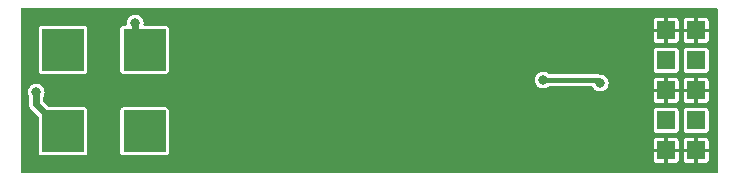
<source format=gbr>
%TF.GenerationSoftware,KiCad,Pcbnew,6.0.4-6f826c9f35~116~ubuntu20.04.1*%
%TF.CreationDate,2022-05-24T17:55:46+00:00*%
%TF.ProjectId,USTSIPM01A,55535453-4950-44d3-9031-412e6b696361,rev?*%
%TF.SameCoordinates,Original*%
%TF.FileFunction,Copper,L1,Top*%
%TF.FilePolarity,Positive*%
%FSLAX46Y46*%
G04 Gerber Fmt 4.6, Leading zero omitted, Abs format (unit mm)*
G04 Created by KiCad (PCBNEW 6.0.4-6f826c9f35~116~ubuntu20.04.1) date 2022-05-24 17:55:46*
%MOMM*%
%LPD*%
G01*
G04 APERTURE LIST*
G04 Aperture macros list*
%AMOutline4P*
0 Free polygon, 4 corners , with rotation*
0 The origin of the aperture is its center*
0 number of corners: always 4*
0 $1 to $8 corner X, Y*
0 $9 Rotation angle, in degrees counterclockwise*
0 create outline with 4 corners*
4,1,4,$1,$2,$3,$4,$5,$6,$7,$8,$1,$2,$9*%
G04 Aperture macros list end*
%TA.AperFunction,ComponentPad*%
%ADD10R,1.524000X1.524000*%
%TD*%
%TA.AperFunction,SMDPad,CuDef*%
%ADD11Outline4P,-1.750000X-1.750000X1.750000X-1.750000X1.750000X1.750000X-1.750000X1.750000X0.000000*%
%TD*%
%TA.AperFunction,SMDPad,CuDef*%
%ADD12Outline4P,-1.750000X-1.750000X1.750000X-1.750000X1.750000X1.750000X-1.750000X1.750000X90.000000*%
%TD*%
%TA.AperFunction,SMDPad,CuDef*%
%ADD13Outline4P,-1.750000X-1.750000X1.750000X-1.750000X1.750000X1.750000X-1.750000X1.750000X180.000000*%
%TD*%
%TA.AperFunction,SMDPad,CuDef*%
%ADD14Outline4P,-1.750000X-1.750000X1.750000X-1.750000X1.750000X1.750000X-1.750000X1.750000X270.000000*%
%TD*%
%TA.AperFunction,ViaPad*%
%ADD15C,0.800000*%
%TD*%
%TA.AperFunction,Conductor*%
%ADD16C,0.400000*%
%TD*%
%TA.AperFunction,Conductor*%
%ADD17C,0.600000*%
%TD*%
G04 APERTURE END LIST*
D10*
%TO.P,J4,1*%
%TO.N,GND*%
X55118000Y7500000D03*
%TO.P,J4,2*%
X57658000Y7500000D03*
%TD*%
%TO.P,J6,1*%
%TO.N,GND*%
X55118000Y12580000D03*
%TO.P,J6,2*%
X57658000Y12580000D03*
%TD*%
%TO.P,J5,1*%
%TO.N,/+3V6*%
X55118000Y10040000D03*
%TO.P,J5,2*%
X57658000Y10040000D03*
%TD*%
%TO.P,J8,1*%
%TO.N,/OUT*%
X55118000Y4960000D03*
%TO.P,J8,2*%
X57658000Y4960000D03*
%TD*%
D11*
%TO.P,U1,1,A*%
%TO.N,Net-(R5-Pad2)*%
X4050000Y4050000D03*
D12*
%TO.P,U1,2,FO*%
%TO.N,unconnected-(U1-Pad2)*%
X10950000Y4050000D03*
D13*
%TO.P,U1,3,K*%
%TO.N,Net-(C6-Pad1)*%
X10950000Y10950000D03*
D14*
%TO.P,U1,4,NC*%
%TO.N,unconnected-(U1-Pad4)*%
X4050000Y10950000D03*
%TD*%
D10*
%TO.P,J9,1*%
%TO.N,GND*%
X55118000Y2420000D03*
%TO.P,J9,2*%
X57658000Y2420000D03*
%TD*%
D15*
%TO.N,GND*%
X14224000Y2540000D03*
X36576000Y1016000D03*
X1270000Y8890000D03*
X30226000Y8382000D03*
X21844000Y13462000D03*
X36322000Y8382000D03*
X28702000Y3302000D03*
X39624000Y13462000D03*
X3556000Y1270000D03*
X24130000Y8382000D03*
X38862000Y3302000D03*
X16002000Y2540000D03*
X20574000Y2794000D03*
X43180000Y11430000D03*
X1016000Y3302000D03*
X14478000Y9652000D03*
X53340000Y3810000D03*
X25654000Y1016000D03*
X28702000Y8382000D03*
X17526000Y9652000D03*
X22352000Y3556000D03*
X38862000Y8128000D03*
X33274000Y3302000D03*
X37846000Y9144000D03*
X48260000Y3810000D03*
X50546000Y12192000D03*
X40386000Y7366000D03*
X48006000Y1016000D03*
X40386000Y9398000D03*
X1270000Y13462000D03*
X19050000Y8382000D03*
X36068000Y3302000D03*
X45466000Y1016000D03*
X22606000Y8382000D03*
X14478000Y7620000D03*
X42418000Y1016000D03*
X7366000Y13462000D03*
X33274000Y1016000D03*
X20574000Y8636000D03*
X33274000Y8382000D03*
X41656000Y3302000D03*
X51816000Y3556000D03*
X30988000Y13208000D03*
X19558000Y3556000D03*
X50038000Y5334000D03*
X17526000Y7620000D03*
X43434000Y7366000D03*
X40132000Y10668000D03*
X34798000Y8382000D03*
X25654000Y3302000D03*
X30480000Y3302000D03*
X44704000Y3302000D03*
X1778000Y1270000D03*
X31750000Y8382000D03*
X18034000Y2540000D03*
X25654000Y8382000D03*
X39370000Y1016000D03*
X53086000Y6350000D03*
X49530000Y1524000D03*
X27178000Y8382000D03*
X16002000Y7620000D03*
X28956000Y1016000D03*
X50800000Y2540000D03*
X15240000Y13462000D03*
%TO.N,Net-(C10-Pad1)*%
X49530000Y8128000D03*
X44704000Y8382000D03*
%TO.N,Net-(C6-Pad1)*%
X10160000Y13208000D03*
%TO.N,Net-(R5-Pad2)*%
X1778000Y7366000D03*
%TD*%
D16*
%TO.N,Net-(C10-Pad1)*%
X49276000Y8382000D02*
X49530000Y8128000D01*
X44704000Y8382000D02*
X49276000Y8382000D01*
D17*
%TO.N,Net-(C6-Pad1)*%
X10160000Y11740000D02*
X10950000Y10950000D01*
X10160000Y13208000D02*
X10160000Y11740000D01*
%TO.N,Net-(R5-Pad2)*%
X1778000Y6322000D02*
X4050000Y4050000D01*
X1778000Y7366000D02*
X1778000Y6322000D01*
%TD*%
%TA.AperFunction,Conductor*%
%TO.N,GND*%
G36*
X59441621Y14479498D02*
G01*
X59488114Y14425842D01*
X59499500Y14373500D01*
X59499500Y626500D01*
X59479498Y558379D01*
X59425842Y511886D01*
X59373500Y500500D01*
X626500Y500500D01*
X558379Y520502D01*
X511886Y574158D01*
X500500Y626500D01*
X500500Y1617160D01*
X54056000Y1617160D01*
X54056442Y1609714D01*
X54057994Y1596664D01*
X54062952Y1578626D01*
X54099755Y1495769D01*
X54112713Y1476915D01*
X54175342Y1414396D01*
X54194212Y1401475D01*
X54277125Y1364820D01*
X54295202Y1359892D01*
X54307787Y1358424D01*
X54315088Y1358000D01*
X54949885Y1358000D01*
X54965124Y1362475D01*
X54966329Y1363865D01*
X54968000Y1371548D01*
X54968000Y1376115D01*
X55268000Y1376115D01*
X55272475Y1360876D01*
X55273865Y1359671D01*
X55281548Y1358000D01*
X55920840Y1358000D01*
X55928286Y1358442D01*
X55941336Y1359994D01*
X55959374Y1364952D01*
X56042231Y1401755D01*
X56061085Y1414713D01*
X56123604Y1477342D01*
X56136525Y1496212D01*
X56173180Y1579125D01*
X56178108Y1597202D01*
X56179576Y1609787D01*
X56180000Y1617088D01*
X56180000Y1617160D01*
X56596000Y1617160D01*
X56596442Y1609714D01*
X56597994Y1596664D01*
X56602952Y1578626D01*
X56639755Y1495769D01*
X56652713Y1476915D01*
X56715342Y1414396D01*
X56734212Y1401475D01*
X56817125Y1364820D01*
X56835202Y1359892D01*
X56847787Y1358424D01*
X56855088Y1358000D01*
X57489885Y1358000D01*
X57505124Y1362475D01*
X57506329Y1363865D01*
X57508000Y1371548D01*
X57508000Y1376115D01*
X57808000Y1376115D01*
X57812475Y1360876D01*
X57813865Y1359671D01*
X57821548Y1358000D01*
X58460840Y1358000D01*
X58468286Y1358442D01*
X58481336Y1359994D01*
X58499374Y1364952D01*
X58582231Y1401755D01*
X58601085Y1414713D01*
X58663604Y1477342D01*
X58676525Y1496212D01*
X58713180Y1579125D01*
X58718108Y1597202D01*
X58719576Y1609787D01*
X58720000Y1617088D01*
X58720000Y2251885D01*
X58715525Y2267124D01*
X58714135Y2268329D01*
X58706452Y2270000D01*
X57826115Y2270000D01*
X57810876Y2265525D01*
X57809671Y2264135D01*
X57808000Y2256452D01*
X57808000Y1376115D01*
X57508000Y1376115D01*
X57508000Y2251885D01*
X57503525Y2267124D01*
X57502135Y2268329D01*
X57494452Y2270000D01*
X56614115Y2270000D01*
X56598876Y2265525D01*
X56597671Y2264135D01*
X56596000Y2256452D01*
X56596000Y1617160D01*
X56180000Y1617160D01*
X56180000Y2251885D01*
X56175525Y2267124D01*
X56174135Y2268329D01*
X56166452Y2270000D01*
X55286115Y2270000D01*
X55270876Y2265525D01*
X55269671Y2264135D01*
X55268000Y2256452D01*
X55268000Y1376115D01*
X54968000Y1376115D01*
X54968000Y2251885D01*
X54963525Y2267124D01*
X54962135Y2268329D01*
X54954452Y2270000D01*
X54074115Y2270000D01*
X54058876Y2265525D01*
X54057671Y2264135D01*
X54056000Y2256452D01*
X54056000Y1617160D01*
X500500Y1617160D01*
X500500Y7373389D01*
X1072394Y7373389D01*
X1090999Y7204865D01*
X1149266Y7045644D01*
X1156081Y7035501D01*
X1177500Y6965226D01*
X1177500Y6369619D01*
X1176422Y6353173D01*
X1172318Y6322000D01*
X1177500Y6282639D01*
X1192956Y6165238D01*
X1253464Y6019159D01*
X1349718Y5893718D01*
X1356264Y5888695D01*
X1374671Y5874571D01*
X1387062Y5863703D01*
X1962595Y5288170D01*
X1996621Y5225858D01*
X1999500Y5199075D01*
X1999500Y2255354D01*
X2002618Y2229154D01*
X2048061Y2126847D01*
X2127287Y2047759D01*
X2137924Y2043056D01*
X2137926Y2043055D01*
X2197462Y2016735D01*
X2229673Y2002494D01*
X2255354Y1999500D01*
X5844646Y1999500D01*
X5848350Y1999941D01*
X5848353Y1999941D01*
X5855746Y2000821D01*
X5870846Y2002618D01*
X5973153Y2048061D01*
X6052241Y2127287D01*
X6097506Y2229673D01*
X6100500Y2255354D01*
X8899500Y2255354D01*
X8902618Y2229154D01*
X8948061Y2126847D01*
X9027287Y2047759D01*
X9037924Y2043056D01*
X9037926Y2043055D01*
X9097462Y2016735D01*
X9129673Y2002494D01*
X9155354Y1999500D01*
X12744646Y1999500D01*
X12748350Y1999941D01*
X12748353Y1999941D01*
X12755746Y2000821D01*
X12770846Y2002618D01*
X12873153Y2048061D01*
X12952241Y2127287D01*
X12997506Y2229673D01*
X13000500Y2255354D01*
X13000500Y2588115D01*
X54056000Y2588115D01*
X54060475Y2572876D01*
X54061865Y2571671D01*
X54069548Y2570000D01*
X54949885Y2570000D01*
X54965124Y2574475D01*
X54966329Y2575865D01*
X54968000Y2583548D01*
X54968000Y2588115D01*
X55268000Y2588115D01*
X55272475Y2572876D01*
X55273865Y2571671D01*
X55281548Y2570000D01*
X56161885Y2570000D01*
X56177124Y2574475D01*
X56178329Y2575865D01*
X56180000Y2583548D01*
X56180000Y2588115D01*
X56596000Y2588115D01*
X56600475Y2572876D01*
X56601865Y2571671D01*
X56609548Y2570000D01*
X57489885Y2570000D01*
X57505124Y2574475D01*
X57506329Y2575865D01*
X57508000Y2583548D01*
X57508000Y2588115D01*
X57808000Y2588115D01*
X57812475Y2572876D01*
X57813865Y2571671D01*
X57821548Y2570000D01*
X58701885Y2570000D01*
X58717124Y2574475D01*
X58718329Y2575865D01*
X58720000Y2583548D01*
X58720000Y3222840D01*
X58719558Y3230286D01*
X58718006Y3243336D01*
X58713048Y3261374D01*
X58676245Y3344231D01*
X58663287Y3363085D01*
X58600658Y3425604D01*
X58581788Y3438525D01*
X58498875Y3475180D01*
X58480798Y3480108D01*
X58468213Y3481576D01*
X58460912Y3482000D01*
X57826115Y3482000D01*
X57810876Y3477525D01*
X57809671Y3476135D01*
X57808000Y3468452D01*
X57808000Y2588115D01*
X57508000Y2588115D01*
X57508000Y3463885D01*
X57503525Y3479124D01*
X57502135Y3480329D01*
X57494452Y3482000D01*
X56855160Y3482000D01*
X56847714Y3481558D01*
X56834664Y3480006D01*
X56816626Y3475048D01*
X56733769Y3438245D01*
X56714915Y3425287D01*
X56652396Y3362658D01*
X56639475Y3343788D01*
X56602820Y3260875D01*
X56597892Y3242798D01*
X56596424Y3230213D01*
X56596000Y3222912D01*
X56596000Y2588115D01*
X56180000Y2588115D01*
X56180000Y3222840D01*
X56179558Y3230286D01*
X56178006Y3243336D01*
X56173048Y3261374D01*
X56136245Y3344231D01*
X56123287Y3363085D01*
X56060658Y3425604D01*
X56041788Y3438525D01*
X55958875Y3475180D01*
X55940798Y3480108D01*
X55928213Y3481576D01*
X55920912Y3482000D01*
X55286115Y3482000D01*
X55270876Y3477525D01*
X55269671Y3476135D01*
X55268000Y3468452D01*
X55268000Y2588115D01*
X54968000Y2588115D01*
X54968000Y3463885D01*
X54963525Y3479124D01*
X54962135Y3480329D01*
X54954452Y3482000D01*
X54315160Y3482000D01*
X54307714Y3481558D01*
X54294664Y3480006D01*
X54276626Y3475048D01*
X54193769Y3438245D01*
X54174915Y3425287D01*
X54112396Y3362658D01*
X54099475Y3343788D01*
X54062820Y3260875D01*
X54057892Y3242798D01*
X54056424Y3230213D01*
X54056000Y3222912D01*
X54056000Y2588115D01*
X13000500Y2588115D01*
X13000500Y4153354D01*
X54055500Y4153354D01*
X54058618Y4127154D01*
X54104061Y4024847D01*
X54183287Y3945759D01*
X54193924Y3941056D01*
X54193926Y3941055D01*
X54253462Y3914735D01*
X54285673Y3900494D01*
X54311354Y3897500D01*
X55924646Y3897500D01*
X55928350Y3897941D01*
X55928353Y3897941D01*
X55935746Y3898821D01*
X55950846Y3900618D01*
X56053153Y3946061D01*
X56132241Y4025287D01*
X56177506Y4127673D01*
X56180500Y4153354D01*
X56595500Y4153354D01*
X56598618Y4127154D01*
X56644061Y4024847D01*
X56723287Y3945759D01*
X56733924Y3941056D01*
X56733926Y3941055D01*
X56793462Y3914735D01*
X56825673Y3900494D01*
X56851354Y3897500D01*
X58464646Y3897500D01*
X58468350Y3897941D01*
X58468353Y3897941D01*
X58475746Y3898821D01*
X58490846Y3900618D01*
X58593153Y3946061D01*
X58672241Y4025287D01*
X58717506Y4127673D01*
X58720500Y4153354D01*
X58720500Y5766646D01*
X58717382Y5792846D01*
X58696001Y5840983D01*
X58676663Y5884518D01*
X58671939Y5895153D01*
X58592713Y5974241D01*
X58582076Y5978944D01*
X58582074Y5978945D01*
X58522538Y6005265D01*
X58490327Y6019506D01*
X58464646Y6022500D01*
X56851354Y6022500D01*
X56847650Y6022059D01*
X56847647Y6022059D01*
X56840254Y6021179D01*
X56825154Y6019382D01*
X56816514Y6015544D01*
X56816513Y6015544D01*
X56739583Y5981373D01*
X56722847Y5973939D01*
X56714628Y5965706D01*
X56714627Y5965705D01*
X56683142Y5934165D01*
X56643759Y5894713D01*
X56639056Y5884076D01*
X56639055Y5884074D01*
X56630049Y5863703D01*
X56598494Y5792327D01*
X56595500Y5766646D01*
X56595500Y4153354D01*
X56180500Y4153354D01*
X56180500Y5766646D01*
X56177382Y5792846D01*
X56156001Y5840983D01*
X56136663Y5884518D01*
X56131939Y5895153D01*
X56052713Y5974241D01*
X56042076Y5978944D01*
X56042074Y5978945D01*
X55982538Y6005265D01*
X55950327Y6019506D01*
X55924646Y6022500D01*
X54311354Y6022500D01*
X54307650Y6022059D01*
X54307647Y6022059D01*
X54300254Y6021179D01*
X54285154Y6019382D01*
X54276514Y6015544D01*
X54276513Y6015544D01*
X54199583Y5981373D01*
X54182847Y5973939D01*
X54174628Y5965706D01*
X54174627Y5965705D01*
X54143142Y5934165D01*
X54103759Y5894713D01*
X54099056Y5884076D01*
X54099055Y5884074D01*
X54090049Y5863703D01*
X54058494Y5792327D01*
X54055500Y5766646D01*
X54055500Y4153354D01*
X13000500Y4153354D01*
X13000500Y5844646D01*
X12997382Y5870846D01*
X12991507Y5884074D01*
X12956663Y5962518D01*
X12951939Y5973153D01*
X12872713Y6052241D01*
X12862076Y6056944D01*
X12862074Y6056945D01*
X12802538Y6083265D01*
X12770327Y6097506D01*
X12744646Y6100500D01*
X9155354Y6100500D01*
X9151650Y6100059D01*
X9151647Y6100059D01*
X9144254Y6099179D01*
X9129154Y6097382D01*
X9026847Y6051939D01*
X9018628Y6043706D01*
X9018627Y6043705D01*
X8995462Y6020499D01*
X8947759Y5972713D01*
X8902494Y5870327D01*
X8899500Y5844646D01*
X8899500Y2255354D01*
X6100500Y2255354D01*
X6100500Y5844646D01*
X6097382Y5870846D01*
X6091507Y5884074D01*
X6056663Y5962518D01*
X6051939Y5973153D01*
X5972713Y6052241D01*
X5962076Y6056944D01*
X5962074Y6056945D01*
X5902538Y6083265D01*
X5870327Y6097506D01*
X5844646Y6100500D01*
X2900925Y6100500D01*
X2832804Y6120502D01*
X2811830Y6137405D01*
X2415405Y6533830D01*
X2381379Y6596142D01*
X2378500Y6622925D01*
X2378500Y6697160D01*
X54056000Y6697160D01*
X54056442Y6689714D01*
X54057994Y6676664D01*
X54062952Y6658626D01*
X54099755Y6575769D01*
X54112713Y6556915D01*
X54175342Y6494396D01*
X54194212Y6481475D01*
X54277125Y6444820D01*
X54295202Y6439892D01*
X54307787Y6438424D01*
X54315088Y6438000D01*
X54949885Y6438000D01*
X54965124Y6442475D01*
X54966329Y6443865D01*
X54968000Y6451548D01*
X54968000Y6456115D01*
X55268000Y6456115D01*
X55272475Y6440876D01*
X55273865Y6439671D01*
X55281548Y6438000D01*
X55920840Y6438000D01*
X55928286Y6438442D01*
X55941336Y6439994D01*
X55959374Y6444952D01*
X56042231Y6481755D01*
X56061085Y6494713D01*
X56123604Y6557342D01*
X56136525Y6576212D01*
X56173180Y6659125D01*
X56178108Y6677202D01*
X56179576Y6689787D01*
X56180000Y6697088D01*
X56180000Y6697160D01*
X56596000Y6697160D01*
X56596442Y6689714D01*
X56597994Y6676664D01*
X56602952Y6658626D01*
X56639755Y6575769D01*
X56652713Y6556915D01*
X56715342Y6494396D01*
X56734212Y6481475D01*
X56817125Y6444820D01*
X56835202Y6439892D01*
X56847787Y6438424D01*
X56855088Y6438000D01*
X57489885Y6438000D01*
X57505124Y6442475D01*
X57506329Y6443865D01*
X57508000Y6451548D01*
X57508000Y6456115D01*
X57808000Y6456115D01*
X57812475Y6440876D01*
X57813865Y6439671D01*
X57821548Y6438000D01*
X58460840Y6438000D01*
X58468286Y6438442D01*
X58481336Y6439994D01*
X58499374Y6444952D01*
X58582231Y6481755D01*
X58601085Y6494713D01*
X58663604Y6557342D01*
X58676525Y6576212D01*
X58713180Y6659125D01*
X58718108Y6677202D01*
X58719576Y6689787D01*
X58720000Y6697088D01*
X58720000Y7331885D01*
X58715525Y7347124D01*
X58714135Y7348329D01*
X58706452Y7350000D01*
X57826115Y7350000D01*
X57810876Y7345525D01*
X57809671Y7344135D01*
X57808000Y7336452D01*
X57808000Y6456115D01*
X57508000Y6456115D01*
X57508000Y7331885D01*
X57503525Y7347124D01*
X57502135Y7348329D01*
X57494452Y7350000D01*
X56614115Y7350000D01*
X56598876Y7345525D01*
X56597671Y7344135D01*
X56596000Y7336452D01*
X56596000Y6697160D01*
X56180000Y6697160D01*
X56180000Y7331885D01*
X56175525Y7347124D01*
X56174135Y7348329D01*
X56166452Y7350000D01*
X55286115Y7350000D01*
X55270876Y7345525D01*
X55269671Y7344135D01*
X55268000Y7336452D01*
X55268000Y6456115D01*
X54968000Y6456115D01*
X54968000Y7331885D01*
X54963525Y7347124D01*
X54962135Y7348329D01*
X54954452Y7350000D01*
X54074115Y7350000D01*
X54058876Y7345525D01*
X54057671Y7344135D01*
X54056000Y7336452D01*
X54056000Y6697160D01*
X2378500Y6697160D01*
X2378500Y6963107D01*
X2393717Y7022373D01*
X2396361Y7026053D01*
X2401703Y7039340D01*
X2456766Y7176313D01*
X2456767Y7176315D01*
X2459601Y7183366D01*
X2481388Y7336452D01*
X2482909Y7347138D01*
X2482909Y7347141D01*
X2483490Y7351222D01*
X2483645Y7366000D01*
X2481840Y7380920D01*
X2476152Y7427917D01*
X2463276Y7534320D01*
X2403345Y7692923D01*
X2387225Y7716377D01*
X2311614Y7826392D01*
X2311613Y7826393D01*
X2307312Y7832651D01*
X2274935Y7861498D01*
X2186392Y7940388D01*
X2186388Y7940390D01*
X2180721Y7945440D01*
X2030881Y8024776D01*
X1866441Y8066081D01*
X1858843Y8066121D01*
X1858841Y8066121D01*
X1781668Y8066525D01*
X1696895Y8066969D01*
X1689508Y8065195D01*
X1689504Y8065195D01*
X1546162Y8030780D01*
X1532032Y8027388D01*
X1525288Y8023907D01*
X1525285Y8023906D01*
X1520089Y8021224D01*
X1381369Y7949625D01*
X1375647Y7944633D01*
X1375645Y7944632D01*
X1304069Y7882192D01*
X1253604Y7838169D01*
X1227723Y7801344D01*
X1169199Y7718072D01*
X1156113Y7699453D01*
X1094524Y7541487D01*
X1093532Y7533954D01*
X1093532Y7533953D01*
X1079573Y7427917D01*
X1072394Y7373389D01*
X500500Y7373389D01*
X500500Y8389389D01*
X43998394Y8389389D01*
X44016999Y8220865D01*
X44019609Y8213734D01*
X44057886Y8109138D01*
X44075266Y8061644D01*
X44169830Y7920917D01*
X44175442Y7915810D01*
X44175445Y7915807D01*
X44289612Y7811923D01*
X44289616Y7811920D01*
X44295233Y7806809D01*
X44301906Y7803186D01*
X44301910Y7803183D01*
X44437558Y7729533D01*
X44437560Y7729532D01*
X44444235Y7725908D01*
X44451584Y7723980D01*
X44600883Y7684812D01*
X44600885Y7684812D01*
X44608233Y7682884D01*
X44694609Y7681527D01*
X44770161Y7680340D01*
X44770164Y7680340D01*
X44777760Y7680221D01*
X44785165Y7681917D01*
X44785166Y7681917D01*
X44888878Y7705670D01*
X44943029Y7718072D01*
X45094498Y7794253D01*
X45100270Y7799182D01*
X45100272Y7799184D01*
X45141580Y7834465D01*
X45161305Y7851311D01*
X45226094Y7880342D01*
X45243135Y7881500D01*
X48787445Y7881500D01*
X48855566Y7861498D01*
X48899213Y7813255D01*
X48901266Y7807644D01*
X48905498Y7801346D01*
X48905499Y7801344D01*
X48918574Y7781887D01*
X48995830Y7666917D01*
X49001442Y7661810D01*
X49001445Y7661807D01*
X49115612Y7557923D01*
X49115616Y7557920D01*
X49121233Y7552809D01*
X49127906Y7549186D01*
X49127910Y7549183D01*
X49263558Y7475533D01*
X49263560Y7475532D01*
X49270235Y7471908D01*
X49277584Y7469980D01*
X49426883Y7430812D01*
X49426885Y7430812D01*
X49434233Y7428884D01*
X49520609Y7427527D01*
X49596161Y7426340D01*
X49596164Y7426340D01*
X49603760Y7426221D01*
X49611165Y7427917D01*
X49611166Y7427917D01*
X49671586Y7441755D01*
X49769029Y7464072D01*
X49920498Y7540253D01*
X50049423Y7650366D01*
X50062177Y7668115D01*
X54056000Y7668115D01*
X54060475Y7652876D01*
X54061865Y7651671D01*
X54069548Y7650000D01*
X54949885Y7650000D01*
X54965124Y7654475D01*
X54966329Y7655865D01*
X54968000Y7663548D01*
X54968000Y7668115D01*
X55268000Y7668115D01*
X55272475Y7652876D01*
X55273865Y7651671D01*
X55281548Y7650000D01*
X56161885Y7650000D01*
X56177124Y7654475D01*
X56178329Y7655865D01*
X56180000Y7663548D01*
X56180000Y7668115D01*
X56596000Y7668115D01*
X56600475Y7652876D01*
X56601865Y7651671D01*
X56609548Y7650000D01*
X57489885Y7650000D01*
X57505124Y7654475D01*
X57506329Y7655865D01*
X57508000Y7663548D01*
X57508000Y7668115D01*
X57808000Y7668115D01*
X57812475Y7652876D01*
X57813865Y7651671D01*
X57821548Y7650000D01*
X58701885Y7650000D01*
X58717124Y7654475D01*
X58718329Y7655865D01*
X58720000Y7663548D01*
X58720000Y8302840D01*
X58719558Y8310286D01*
X58718006Y8323336D01*
X58713048Y8341374D01*
X58676245Y8424231D01*
X58663287Y8443085D01*
X58600658Y8505604D01*
X58581788Y8518525D01*
X58498875Y8555180D01*
X58480798Y8560108D01*
X58468213Y8561576D01*
X58460912Y8562000D01*
X57826115Y8562000D01*
X57810876Y8557525D01*
X57809671Y8556135D01*
X57808000Y8548452D01*
X57808000Y7668115D01*
X57508000Y7668115D01*
X57508000Y8543885D01*
X57503525Y8559124D01*
X57502135Y8560329D01*
X57494452Y8562000D01*
X56855160Y8562000D01*
X56847714Y8561558D01*
X56834664Y8560006D01*
X56816626Y8555048D01*
X56733769Y8518245D01*
X56714915Y8505287D01*
X56652396Y8442658D01*
X56639475Y8423788D01*
X56602820Y8340875D01*
X56597892Y8322798D01*
X56596424Y8310213D01*
X56596000Y8302912D01*
X56596000Y7668115D01*
X56180000Y7668115D01*
X56180000Y8302840D01*
X56179558Y8310286D01*
X56178006Y8323336D01*
X56173048Y8341374D01*
X56136245Y8424231D01*
X56123287Y8443085D01*
X56060658Y8505604D01*
X56041788Y8518525D01*
X55958875Y8555180D01*
X55940798Y8560108D01*
X55928213Y8561576D01*
X55920912Y8562000D01*
X55286115Y8562000D01*
X55270876Y8557525D01*
X55269671Y8556135D01*
X55268000Y8548452D01*
X55268000Y7668115D01*
X54968000Y7668115D01*
X54968000Y8543885D01*
X54963525Y8559124D01*
X54962135Y8560329D01*
X54954452Y8562000D01*
X54315160Y8562000D01*
X54307714Y8561558D01*
X54294664Y8560006D01*
X54276626Y8555048D01*
X54193769Y8518245D01*
X54174915Y8505287D01*
X54112396Y8442658D01*
X54099475Y8423788D01*
X54062820Y8340875D01*
X54057892Y8322798D01*
X54056424Y8310213D01*
X54056000Y8302912D01*
X54056000Y7668115D01*
X50062177Y7668115D01*
X50148361Y7788053D01*
X50166010Y7831955D01*
X50208766Y7938313D01*
X50208767Y7938315D01*
X50211601Y7945366D01*
X50235490Y8113222D01*
X50235645Y8128000D01*
X50215276Y8296320D01*
X50155345Y8454923D01*
X50086440Y8555180D01*
X50063614Y8588392D01*
X50063613Y8588393D01*
X50059312Y8594651D01*
X50053641Y8599704D01*
X49938392Y8702388D01*
X49938388Y8702390D01*
X49932721Y8707440D01*
X49782881Y8786776D01*
X49618441Y8828081D01*
X49610844Y8828121D01*
X49610842Y8828121D01*
X49570239Y8828333D01*
X49533004Y8828528D01*
X49489436Y8836543D01*
X49475252Y8841861D01*
X49465941Y8845785D01*
X49431965Y8861737D01*
X49431964Y8861737D01*
X49423837Y8865553D01*
X49414963Y8866935D01*
X49411350Y8868039D01*
X49396693Y8871885D01*
X49392990Y8872699D01*
X49384580Y8875852D01*
X49338157Y8879302D01*
X49328144Y8880452D01*
X49314991Y8882500D01*
X49299796Y8882500D01*
X49290459Y8882846D01*
X49275036Y8883992D01*
X49241608Y8886476D01*
X49232832Y8884603D01*
X49223875Y8883992D01*
X49223875Y8883998D01*
X49209682Y8882500D01*
X45243309Y8882500D01*
X45175188Y8902502D01*
X45159499Y8914417D01*
X45106721Y8961440D01*
X44956881Y9040776D01*
X44792441Y9082081D01*
X44784843Y9082121D01*
X44784841Y9082121D01*
X44707668Y9082525D01*
X44622895Y9082969D01*
X44615508Y9081195D01*
X44615504Y9081195D01*
X44472162Y9046780D01*
X44458032Y9043388D01*
X44451288Y9039907D01*
X44451285Y9039906D01*
X44331231Y8977941D01*
X44307369Y8965625D01*
X44301647Y8960633D01*
X44301645Y8960632D01*
X44281496Y8943055D01*
X44179604Y8854169D01*
X44167216Y8836543D01*
X44132240Y8786776D01*
X44082113Y8715453D01*
X44020524Y8557487D01*
X44019532Y8549954D01*
X44019532Y8549953D01*
X44002923Y8423788D01*
X43998394Y8389389D01*
X500500Y8389389D01*
X500500Y9155354D01*
X1999500Y9155354D01*
X2002618Y9129154D01*
X2006456Y9120514D01*
X2006456Y9120513D01*
X2024349Y9080230D01*
X2048061Y9026847D01*
X2127287Y8947759D01*
X2137924Y8943056D01*
X2137926Y8943055D01*
X2197462Y8916735D01*
X2229673Y8902494D01*
X2255354Y8899500D01*
X5844646Y8899500D01*
X5848350Y8899941D01*
X5848353Y8899941D01*
X5855746Y8900821D01*
X5870846Y8902618D01*
X5897426Y8914424D01*
X5962518Y8943337D01*
X5973153Y8948061D01*
X5981469Y8956391D01*
X6044023Y9019055D01*
X6052241Y9027287D01*
X6059360Y9043388D01*
X6093675Y9121008D01*
X6097506Y9129673D01*
X6100500Y9155354D01*
X8899500Y9155354D01*
X8902618Y9129154D01*
X8906456Y9120514D01*
X8906456Y9120513D01*
X8924349Y9080230D01*
X8948061Y9026847D01*
X9027287Y8947759D01*
X9037924Y8943056D01*
X9037926Y8943055D01*
X9097462Y8916735D01*
X9129673Y8902494D01*
X9155354Y8899500D01*
X12744646Y8899500D01*
X12748350Y8899941D01*
X12748353Y8899941D01*
X12755746Y8900821D01*
X12770846Y8902618D01*
X12797426Y8914424D01*
X12862518Y8943337D01*
X12873153Y8948061D01*
X12881469Y8956391D01*
X12944023Y9019055D01*
X12952241Y9027287D01*
X12959360Y9043388D01*
X12993675Y9121008D01*
X12997506Y9129673D01*
X13000500Y9155354D01*
X13000500Y9233354D01*
X54055500Y9233354D01*
X54058618Y9207154D01*
X54062456Y9198514D01*
X54062456Y9198513D01*
X54097102Y9120513D01*
X54104061Y9104847D01*
X54112294Y9096628D01*
X54112295Y9096627D01*
X54126867Y9082081D01*
X54183287Y9025759D01*
X54193924Y9021056D01*
X54193926Y9021055D01*
X54253462Y8994735D01*
X54285673Y8980494D01*
X54311354Y8977500D01*
X55924646Y8977500D01*
X55928350Y8977941D01*
X55928353Y8977941D01*
X55935746Y8978821D01*
X55950846Y8980618D01*
X56053153Y9026061D01*
X56064998Y9037926D01*
X56092858Y9065835D01*
X56132241Y9105287D01*
X56138973Y9120513D01*
X56173675Y9199008D01*
X56177506Y9207673D01*
X56180500Y9233354D01*
X56595500Y9233354D01*
X56598618Y9207154D01*
X56602456Y9198514D01*
X56602456Y9198513D01*
X56637102Y9120513D01*
X56644061Y9104847D01*
X56652294Y9096628D01*
X56652295Y9096627D01*
X56666867Y9082081D01*
X56723287Y9025759D01*
X56733924Y9021056D01*
X56733926Y9021055D01*
X56793462Y8994735D01*
X56825673Y8980494D01*
X56851354Y8977500D01*
X58464646Y8977500D01*
X58468350Y8977941D01*
X58468353Y8977941D01*
X58475746Y8978821D01*
X58490846Y8980618D01*
X58593153Y9026061D01*
X58604998Y9037926D01*
X58632858Y9065835D01*
X58672241Y9105287D01*
X58678973Y9120513D01*
X58713675Y9199008D01*
X58717506Y9207673D01*
X58720500Y9233354D01*
X58720500Y10846646D01*
X58717382Y10872846D01*
X58671939Y10975153D01*
X58592713Y11054241D01*
X58582076Y11058944D01*
X58582074Y11058945D01*
X58522538Y11085265D01*
X58490327Y11099506D01*
X58464646Y11102500D01*
X56851354Y11102500D01*
X56847650Y11102059D01*
X56847647Y11102059D01*
X56840254Y11101179D01*
X56825154Y11099382D01*
X56722847Y11053939D01*
X56643759Y10974713D01*
X56598494Y10872327D01*
X56595500Y10846646D01*
X56595500Y9233354D01*
X56180500Y9233354D01*
X56180500Y10846646D01*
X56177382Y10872846D01*
X56131939Y10975153D01*
X56052713Y11054241D01*
X56042076Y11058944D01*
X56042074Y11058945D01*
X55982538Y11085265D01*
X55950327Y11099506D01*
X55924646Y11102500D01*
X54311354Y11102500D01*
X54307650Y11102059D01*
X54307647Y11102059D01*
X54300254Y11101179D01*
X54285154Y11099382D01*
X54182847Y11053939D01*
X54103759Y10974713D01*
X54058494Y10872327D01*
X54055500Y10846646D01*
X54055500Y9233354D01*
X13000500Y9233354D01*
X13000500Y11777160D01*
X54056000Y11777160D01*
X54056442Y11769714D01*
X54057994Y11756664D01*
X54062952Y11738626D01*
X54099755Y11655769D01*
X54112713Y11636915D01*
X54175342Y11574396D01*
X54194212Y11561475D01*
X54277125Y11524820D01*
X54295202Y11519892D01*
X54307787Y11518424D01*
X54315088Y11518000D01*
X54949885Y11518000D01*
X54965124Y11522475D01*
X54966329Y11523865D01*
X54968000Y11531548D01*
X54968000Y11536115D01*
X55268000Y11536115D01*
X55272475Y11520876D01*
X55273865Y11519671D01*
X55281548Y11518000D01*
X55920840Y11518000D01*
X55928286Y11518442D01*
X55941336Y11519994D01*
X55959374Y11524952D01*
X56042231Y11561755D01*
X56061085Y11574713D01*
X56123604Y11637342D01*
X56136525Y11656212D01*
X56173180Y11739125D01*
X56178108Y11757202D01*
X56179576Y11769787D01*
X56180000Y11777088D01*
X56180000Y11777160D01*
X56596000Y11777160D01*
X56596442Y11769714D01*
X56597994Y11756664D01*
X56602952Y11738626D01*
X56639755Y11655769D01*
X56652713Y11636915D01*
X56715342Y11574396D01*
X56734212Y11561475D01*
X56817125Y11524820D01*
X56835202Y11519892D01*
X56847787Y11518424D01*
X56855088Y11518000D01*
X57489885Y11518000D01*
X57505124Y11522475D01*
X57506329Y11523865D01*
X57508000Y11531548D01*
X57508000Y11536115D01*
X57808000Y11536115D01*
X57812475Y11520876D01*
X57813865Y11519671D01*
X57821548Y11518000D01*
X58460840Y11518000D01*
X58468286Y11518442D01*
X58481336Y11519994D01*
X58499374Y11524952D01*
X58582231Y11561755D01*
X58601085Y11574713D01*
X58663604Y11637342D01*
X58676525Y11656212D01*
X58713180Y11739125D01*
X58718108Y11757202D01*
X58719576Y11769787D01*
X58720000Y11777088D01*
X58720000Y12411885D01*
X58715525Y12427124D01*
X58714135Y12428329D01*
X58706452Y12430000D01*
X57826115Y12430000D01*
X57810876Y12425525D01*
X57809671Y12424135D01*
X57808000Y12416452D01*
X57808000Y11536115D01*
X57508000Y11536115D01*
X57508000Y12411885D01*
X57503525Y12427124D01*
X57502135Y12428329D01*
X57494452Y12430000D01*
X56614115Y12430000D01*
X56598876Y12425525D01*
X56597671Y12424135D01*
X56596000Y12416452D01*
X56596000Y11777160D01*
X56180000Y11777160D01*
X56180000Y12411885D01*
X56175525Y12427124D01*
X56174135Y12428329D01*
X56166452Y12430000D01*
X55286115Y12430000D01*
X55270876Y12425525D01*
X55269671Y12424135D01*
X55268000Y12416452D01*
X55268000Y11536115D01*
X54968000Y11536115D01*
X54968000Y12411885D01*
X54963525Y12427124D01*
X54962135Y12428329D01*
X54954452Y12430000D01*
X54074115Y12430000D01*
X54058876Y12425525D01*
X54057671Y12424135D01*
X54056000Y12416452D01*
X54056000Y11777160D01*
X13000500Y11777160D01*
X13000500Y12744646D01*
X13000087Y12748115D01*
X54056000Y12748115D01*
X54060475Y12732876D01*
X54061865Y12731671D01*
X54069548Y12730000D01*
X54949885Y12730000D01*
X54965124Y12734475D01*
X54966329Y12735865D01*
X54968000Y12743548D01*
X54968000Y12748115D01*
X55268000Y12748115D01*
X55272475Y12732876D01*
X55273865Y12731671D01*
X55281548Y12730000D01*
X56161885Y12730000D01*
X56177124Y12734475D01*
X56178329Y12735865D01*
X56180000Y12743548D01*
X56180000Y12748115D01*
X56596000Y12748115D01*
X56600475Y12732876D01*
X56601865Y12731671D01*
X56609548Y12730000D01*
X57489885Y12730000D01*
X57505124Y12734475D01*
X57506329Y12735865D01*
X57508000Y12743548D01*
X57508000Y12748115D01*
X57808000Y12748115D01*
X57812475Y12732876D01*
X57813865Y12731671D01*
X57821548Y12730000D01*
X58701885Y12730000D01*
X58717124Y12734475D01*
X58718329Y12735865D01*
X58720000Y12743548D01*
X58720000Y13382840D01*
X58719558Y13390286D01*
X58718006Y13403336D01*
X58713048Y13421374D01*
X58676245Y13504231D01*
X58663287Y13523085D01*
X58600658Y13585604D01*
X58581788Y13598525D01*
X58498875Y13635180D01*
X58480798Y13640108D01*
X58468213Y13641576D01*
X58460912Y13642000D01*
X57826115Y13642000D01*
X57810876Y13637525D01*
X57809671Y13636135D01*
X57808000Y13628452D01*
X57808000Y12748115D01*
X57508000Y12748115D01*
X57508000Y13623885D01*
X57503525Y13639124D01*
X57502135Y13640329D01*
X57494452Y13642000D01*
X56855160Y13642000D01*
X56847714Y13641558D01*
X56834664Y13640006D01*
X56816626Y13635048D01*
X56733769Y13598245D01*
X56714915Y13585287D01*
X56652396Y13522658D01*
X56639475Y13503788D01*
X56602820Y13420875D01*
X56597892Y13402798D01*
X56596424Y13390213D01*
X56596000Y13382912D01*
X56596000Y12748115D01*
X56180000Y12748115D01*
X56180000Y13382840D01*
X56179558Y13390286D01*
X56178006Y13403336D01*
X56173048Y13421374D01*
X56136245Y13504231D01*
X56123287Y13523085D01*
X56060658Y13585604D01*
X56041788Y13598525D01*
X55958875Y13635180D01*
X55940798Y13640108D01*
X55928213Y13641576D01*
X55920912Y13642000D01*
X55286115Y13642000D01*
X55270876Y13637525D01*
X55269671Y13636135D01*
X55268000Y13628452D01*
X55268000Y12748115D01*
X54968000Y12748115D01*
X54968000Y13623885D01*
X54963525Y13639124D01*
X54962135Y13640329D01*
X54954452Y13642000D01*
X54315160Y13642000D01*
X54307714Y13641558D01*
X54294664Y13640006D01*
X54276626Y13635048D01*
X54193769Y13598245D01*
X54174915Y13585287D01*
X54112396Y13522658D01*
X54099475Y13503788D01*
X54062820Y13420875D01*
X54057892Y13402798D01*
X54056424Y13390213D01*
X54056000Y13382912D01*
X54056000Y12748115D01*
X13000087Y12748115D01*
X12997382Y12770846D01*
X12951939Y12873153D01*
X12872713Y12952241D01*
X12862076Y12956944D01*
X12862074Y12956945D01*
X12802538Y12983265D01*
X12770327Y12997506D01*
X12744646Y13000500D01*
X10983264Y13000500D01*
X10915143Y13020502D01*
X10868650Y13074158D01*
X10858521Y13144253D01*
X10864909Y13189138D01*
X10864909Y13189141D01*
X10865490Y13193222D01*
X10865645Y13208000D01*
X10863840Y13222920D01*
X10846188Y13368780D01*
X10845276Y13376320D01*
X10785345Y13534923D01*
X10716440Y13635180D01*
X10693614Y13668392D01*
X10693613Y13668393D01*
X10689312Y13674651D01*
X10677514Y13685163D01*
X10568392Y13782388D01*
X10568388Y13782390D01*
X10562721Y13787440D01*
X10412881Y13866776D01*
X10248441Y13908081D01*
X10240843Y13908121D01*
X10240841Y13908121D01*
X10163668Y13908525D01*
X10078895Y13908969D01*
X10071508Y13907195D01*
X10071504Y13907195D01*
X9928162Y13872780D01*
X9914032Y13869388D01*
X9907288Y13865907D01*
X9907285Y13865906D01*
X9902089Y13863224D01*
X9763369Y13791625D01*
X9635604Y13680169D01*
X9538113Y13541453D01*
X9476524Y13383487D01*
X9454394Y13215389D01*
X9457292Y13189138D01*
X9462681Y13140326D01*
X9450275Y13070422D01*
X9402045Y13018322D01*
X9337442Y13000500D01*
X9155354Y13000500D01*
X9151650Y13000059D01*
X9151647Y13000059D01*
X9144254Y12999179D01*
X9129154Y12997382D01*
X9026847Y12951939D01*
X8947759Y12872713D01*
X8902494Y12770327D01*
X8899500Y12744646D01*
X8899500Y9155354D01*
X6100500Y9155354D01*
X6100500Y12744646D01*
X6097382Y12770846D01*
X6051939Y12873153D01*
X5972713Y12952241D01*
X5962076Y12956944D01*
X5962074Y12956945D01*
X5902538Y12983265D01*
X5870327Y12997506D01*
X5844646Y13000500D01*
X2255354Y13000500D01*
X2251650Y13000059D01*
X2251647Y13000059D01*
X2244254Y12999179D01*
X2229154Y12997382D01*
X2126847Y12951939D01*
X2047759Y12872713D01*
X2002494Y12770327D01*
X1999500Y12744646D01*
X1999500Y9155354D01*
X500500Y9155354D01*
X500500Y14373500D01*
X520502Y14441621D01*
X574158Y14488114D01*
X626500Y14499500D01*
X59373500Y14499500D01*
X59441621Y14479498D01*
G37*
%TD.AperFunction*%
%TD*%
M02*

</source>
